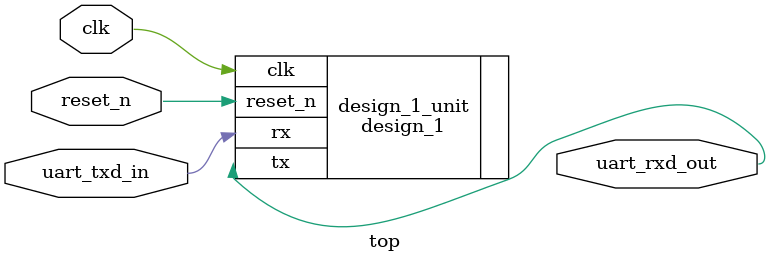
<source format=sv>
module top
    (
        input logic clk,
        input logic reset_n,
        input logic uart_txd_in,
        output logic uart_rxd_out
    );

    design_1 design_1_unit (
        .clk(clk),
        .reset_n(reset_n),
        .rx(uart_txd_in),
        .tx(uart_rxd_out)
    );
endmodule

</source>
